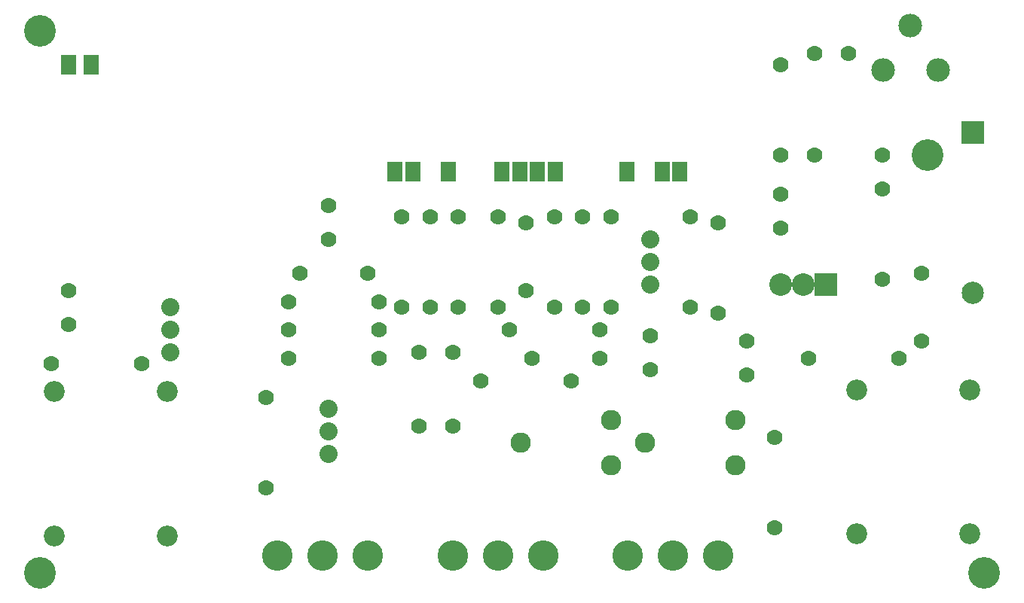
<source format=gbr>
G04 EasyPC Gerber Version 20.0.2 Build 4112 *
G04 #@! TF.Part,Single*
G04 #@! TF.FileFunction,Soldermask,Top *
%FSLAX35Y35*%
%MOIN*%
G04 #@! TA.AperFunction,ComponentPad*
%ADD82R,0.07000X0.09000*%
%ADD27R,0.09858X0.09858*%
%ADD22R,0.10000X0.10000*%
%ADD21C,0.07000*%
%ADD81C,0.08000*%
%ADD141C,0.09000*%
%ADD26C,0.09268*%
%ADD28C,0.09858*%
%ADD23C,0.10000*%
%ADD24C,0.10449*%
%ADD20R,0.05512X0.07874*%
%AMT20*0 Rounded Rectangle Pad at angle 0*4,1,24,-0.02962,-0.04437,0.02962,-0.04437,0.03053,-0.04422,0.03135,-0.04381,0.03200,-0.04316,0.03242,-0.04234,0.03256,-0.04143,0.03256,0.04143,0.03241,0.04234,0.03200,0.04316,0.03135,0.04381,0.03053,0.04423,0.02962,0.04437,-0.02962,0.04437,-0.03053,0.04422,-0.03135,0.04381,-0.03200,0.04316,-0.03242,0.04234,-0.03256,0.04143,-0.03256,-0.04143,-0.03241,-0.04234,-0.03200,-0.04316,-0.03135,-0.04381,-0.03053,-0.04423,-0.02962,-0.04437,0*%
%ADD20T20*%
%ADD25C,0.13500*%
G04 #@! TA.AperFunction,WasherPad*
%ADD140C,0.14000*%
X0Y0D02*
D02*
D20*
X207608Y230250D03*
X215482D03*
X231250Y230270D03*
X254872D03*
X262746D03*
X270620D03*
X278494D03*
X309990Y230250D03*
X325738D03*
X333612D03*
D02*
D21*
X55600Y145250D03*
X63100Y162750D03*
Y177750D03*
X95600Y145250D03*
X150600Y90250D03*
Y130250D03*
X160600Y147750D03*
Y160250D03*
Y172750D03*
X165600Y185250D03*
X178100Y200250D03*
Y215250D03*
X195600Y185250D03*
X200600Y147750D03*
Y160250D03*
Y172750D03*
X210600Y170250D03*
Y210250D03*
X218100Y117750D03*
Y150250D03*
X223100Y170250D03*
Y210250D03*
X233100Y117750D03*
Y150250D03*
X235600Y170250D03*
Y210250D03*
X245600Y137750D03*
X253100Y170250D03*
Y210250D03*
X258100Y160250D03*
X265600Y177750D03*
Y207750D03*
X268100Y147750D03*
X278100Y170250D03*
Y210250D03*
X285600Y137750D03*
X290600Y170250D03*
Y210250D03*
X298100Y147750D03*
Y160250D03*
X303100Y170250D03*
Y210250D03*
X320600Y142750D03*
Y157750D03*
X338100Y170250D03*
Y210250D03*
X350600Y167750D03*
Y207750D03*
X363100Y140250D03*
Y155250D03*
X375600Y72750D03*
Y112750D03*
X378100Y205250D03*
Y220250D03*
Y237750D03*
Y277750D03*
X390600Y147750D03*
X393100Y237750D03*
Y282750D03*
X408100D03*
X423100Y182750D03*
Y222750D03*
Y237750D03*
X430600Y147750D03*
X440600Y155250D03*
Y185250D03*
D02*
D22*
X398100Y180250D03*
D02*
D23*
X378100D03*
X388100D03*
D02*
D24*
X423376Y275250D03*
X435580Y294935D03*
X447785Y275250D03*
D02*
D25*
X155600Y60250D03*
X175600D03*
X195600D03*
X233100D03*
X253100D03*
X273100D03*
X310600D03*
X330600D03*
X350600D03*
D02*
D26*
X56939Y69128D03*
Y133026D03*
X106939Y69128D03*
Y133026D03*
X411761Y69974D03*
Y133872D03*
X461761Y69974D03*
Y133872D03*
D02*
D27*
X463100Y247626D03*
D02*
D28*
Y176800D03*
D02*
D81*
X108100Y150250D03*
Y160250D03*
Y170250D03*
X178100Y105250D03*
Y115250D03*
Y125250D03*
X320600Y180250D03*
Y190250D03*
Y200250D03*
D02*
D82*
X63100Y277750D03*
X73100D03*
D02*
D140*
X50600Y52750D03*
Y292750D03*
X443100Y237750D03*
X468100Y52750D03*
D02*
D141*
X263100Y110250D03*
X303100Y100250D03*
Y120250D03*
X318100Y110250D03*
X358100Y100250D03*
Y120250D03*
X0Y0D02*
M02*

</source>
